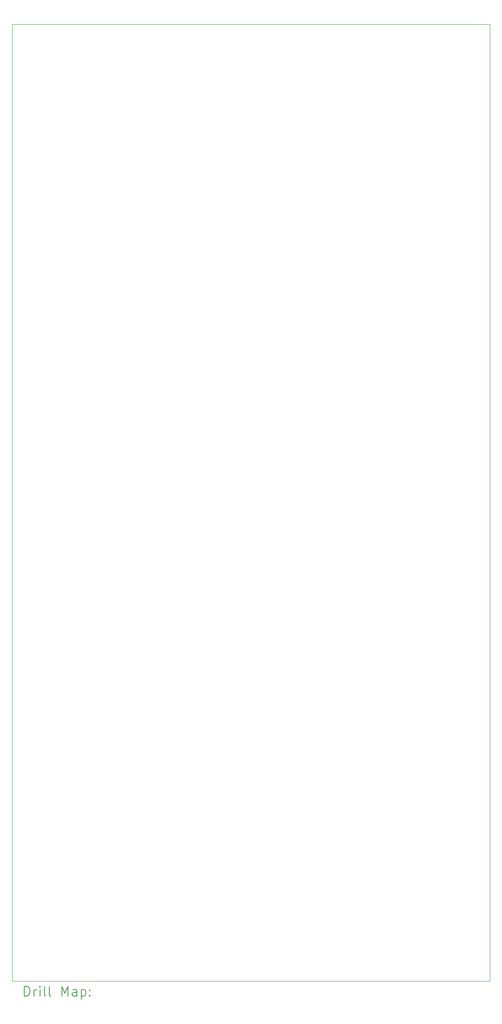
<source format=gbr>
%TF.GenerationSoftware,KiCad,Pcbnew,8.0.6-8.0.6-0~ubuntu22.04.1*%
%TF.CreationDate,2024-10-27T17:12:48+01:00*%
%TF.ProjectId,H_Bridge_BLDC,485f4272-6964-4676-955f-424c44432e6b,rev?*%
%TF.SameCoordinates,Original*%
%TF.FileFunction,Drillmap*%
%TF.FilePolarity,Positive*%
%FSLAX45Y45*%
G04 Gerber Fmt 4.5, Leading zero omitted, Abs format (unit mm)*
G04 Created by KiCad (PCBNEW 8.0.6-8.0.6-0~ubuntu22.04.1) date 2024-10-27 17:12:48*
%MOMM*%
%LPD*%
G01*
G04 APERTURE LIST*
%ADD10C,0.050000*%
%ADD11C,0.200000*%
G04 APERTURE END LIST*
D10*
X16590000Y-4050000D02*
X26590000Y-4050000D01*
X26590000Y-24050000D01*
X16590000Y-24050000D01*
X16590000Y-4050000D01*
D11*
X16848277Y-24363984D02*
X16848277Y-24163984D01*
X16848277Y-24163984D02*
X16895896Y-24163984D01*
X16895896Y-24163984D02*
X16924467Y-24173508D01*
X16924467Y-24173508D02*
X16943515Y-24192555D01*
X16943515Y-24192555D02*
X16953039Y-24211603D01*
X16953039Y-24211603D02*
X16962563Y-24249698D01*
X16962563Y-24249698D02*
X16962563Y-24278269D01*
X16962563Y-24278269D02*
X16953039Y-24316365D01*
X16953039Y-24316365D02*
X16943515Y-24335412D01*
X16943515Y-24335412D02*
X16924467Y-24354460D01*
X16924467Y-24354460D02*
X16895896Y-24363984D01*
X16895896Y-24363984D02*
X16848277Y-24363984D01*
X17048277Y-24363984D02*
X17048277Y-24230650D01*
X17048277Y-24268746D02*
X17057801Y-24249698D01*
X17057801Y-24249698D02*
X17067324Y-24240174D01*
X17067324Y-24240174D02*
X17086372Y-24230650D01*
X17086372Y-24230650D02*
X17105420Y-24230650D01*
X17172086Y-24363984D02*
X17172086Y-24230650D01*
X17172086Y-24163984D02*
X17162563Y-24173508D01*
X17162563Y-24173508D02*
X17172086Y-24183031D01*
X17172086Y-24183031D02*
X17181610Y-24173508D01*
X17181610Y-24173508D02*
X17172086Y-24163984D01*
X17172086Y-24163984D02*
X17172086Y-24183031D01*
X17295896Y-24363984D02*
X17276848Y-24354460D01*
X17276848Y-24354460D02*
X17267324Y-24335412D01*
X17267324Y-24335412D02*
X17267324Y-24163984D01*
X17400658Y-24363984D02*
X17381610Y-24354460D01*
X17381610Y-24354460D02*
X17372086Y-24335412D01*
X17372086Y-24335412D02*
X17372086Y-24163984D01*
X17629229Y-24363984D02*
X17629229Y-24163984D01*
X17629229Y-24163984D02*
X17695896Y-24306841D01*
X17695896Y-24306841D02*
X17762563Y-24163984D01*
X17762563Y-24163984D02*
X17762563Y-24363984D01*
X17943515Y-24363984D02*
X17943515Y-24259222D01*
X17943515Y-24259222D02*
X17933991Y-24240174D01*
X17933991Y-24240174D02*
X17914944Y-24230650D01*
X17914944Y-24230650D02*
X17876848Y-24230650D01*
X17876848Y-24230650D02*
X17857801Y-24240174D01*
X17943515Y-24354460D02*
X17924467Y-24363984D01*
X17924467Y-24363984D02*
X17876848Y-24363984D01*
X17876848Y-24363984D02*
X17857801Y-24354460D01*
X17857801Y-24354460D02*
X17848277Y-24335412D01*
X17848277Y-24335412D02*
X17848277Y-24316365D01*
X17848277Y-24316365D02*
X17857801Y-24297317D01*
X17857801Y-24297317D02*
X17876848Y-24287793D01*
X17876848Y-24287793D02*
X17924467Y-24287793D01*
X17924467Y-24287793D02*
X17943515Y-24278269D01*
X18038753Y-24230650D02*
X18038753Y-24430650D01*
X18038753Y-24240174D02*
X18057801Y-24230650D01*
X18057801Y-24230650D02*
X18095896Y-24230650D01*
X18095896Y-24230650D02*
X18114944Y-24240174D01*
X18114944Y-24240174D02*
X18124467Y-24249698D01*
X18124467Y-24249698D02*
X18133991Y-24268746D01*
X18133991Y-24268746D02*
X18133991Y-24325888D01*
X18133991Y-24325888D02*
X18124467Y-24344936D01*
X18124467Y-24344936D02*
X18114944Y-24354460D01*
X18114944Y-24354460D02*
X18095896Y-24363984D01*
X18095896Y-24363984D02*
X18057801Y-24363984D01*
X18057801Y-24363984D02*
X18038753Y-24354460D01*
X18219705Y-24344936D02*
X18229229Y-24354460D01*
X18229229Y-24354460D02*
X18219705Y-24363984D01*
X18219705Y-24363984D02*
X18210182Y-24354460D01*
X18210182Y-24354460D02*
X18219705Y-24344936D01*
X18219705Y-24344936D02*
X18219705Y-24363984D01*
X18219705Y-24240174D02*
X18229229Y-24249698D01*
X18229229Y-24249698D02*
X18219705Y-24259222D01*
X18219705Y-24259222D02*
X18210182Y-24249698D01*
X18210182Y-24249698D02*
X18219705Y-24240174D01*
X18219705Y-24240174D02*
X18219705Y-24259222D01*
M02*

</source>
